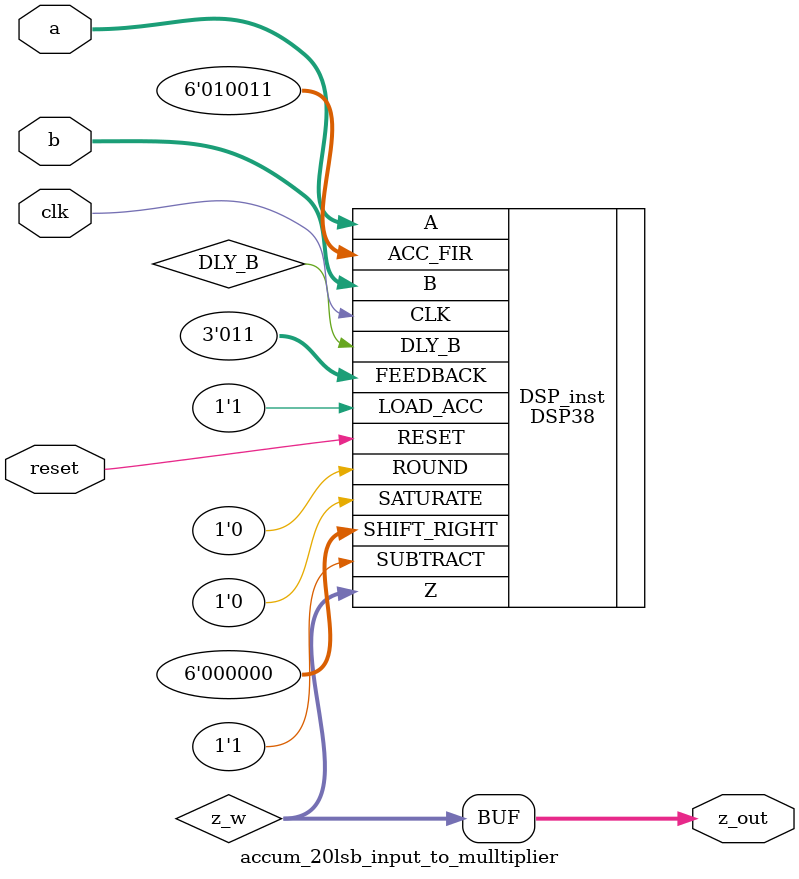
<source format=v>
module accum_20lsb_input_to_mulltiplier (
	input  wire [19:0] a,
    input  wire [17:0] b,
    input  wire clk, reset,
    output wire [37:0] z_out
    );
    parameter [79:0] MODE_BITS = 80'h0;    
    wire [37:0] z_w;

	
DSP38 #(
  .DSP_MODE("MULTIPLY_ADD_SUB"), // DSp arithmetic mode (MULTIPLY/MULTIPLY_ADD_SUB/MULTIPLY_ACCUMULATE)
  .COEFF_0(20'h00000), // 20-bit A input coefficient 0
  .COEFF_1(20'h00000), // 20-bit A input coefficient 1
  .COEFF_2(20'h00000), // 20-bit A input coefficient 2
  .COEFF_3(20'h00000), // 20-bit A input coefficient 3
  .OUTPUT_REG_EN("FALSE"), // Enable output register (TRUE/FALSE)
  .INPUT_REG_EN("TRUE"), // Enable input register (TRUE/FALSE)
  .SIGNED_UNSIGNED("UNSIGNED") // Specify whether data is signed or unsigned (SIGNED/UNSIGNED)
) DSP_inst(
  .A(a), // 20-bit data input for multipluier or accumulator loading
  .B(b), // 18-bit data input for multiplication
  .ACC_FIR(6'd19), // 6-bit left shift A input
  .Z(z_w), // 38-bit data output
  .DLY_B(DLY_B), // 18-bit B registered output
  .CLK(clk), // Clock
  .RESET(reset), // None
  .FEEDBACK(3'd3), // 3-bit feedback input selects coefficient
  .LOAD_ACC(1'd1), // Load accumulator input
  .SATURATE(1'b0), // Saturate enable
  .SHIFT_RIGHT(6'd0), // 6-bit Shift right
  .ROUND(1'd0), // Round
  .SUBTRACT(1'b1) // Add or subtract
);

    assign z_out = z_w;

endmodule
</source>
